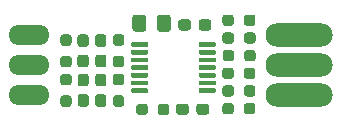
<source format=gbr>
%TF.GenerationSoftware,KiCad,Pcbnew,5.1.10-88a1d61d58~90~ubuntu20.04.1*%
%TF.CreationDate,2022-08-25T22:47:22+02:00*%
%TF.ProjectId,BioAmp-EXG-Pill,42696f41-6d70-42d4-9558-472d50696c6c,1.0b*%
%TF.SameCoordinates,Original*%
%TF.FileFunction,Soldermask,Top*%
%TF.FilePolarity,Negative*%
%FSLAX46Y46*%
G04 Gerber Fmt 4.6, Leading zero omitted, Abs format (unit mm)*
G04 Created by KiCad (PCBNEW 5.1.10-88a1d61d58~90~ubuntu20.04.1) date 2022-08-25 22:47:22*
%MOMM*%
%LPD*%
G01*
G04 APERTURE LIST*
%ADD10O,2.000000X2.000000*%
%ADD11O,4.500000X2.000000*%
%ADD12O,3.500000X1.700000*%
%ADD13O,3.500000X2.000000*%
%ADD14O,2.000000X1.700000*%
G04 APERTURE END LIST*
D10*
%TO.C,J2*%
X134850000Y-97010000D03*
X134850000Y-94470000D03*
X134850000Y-91930000D03*
%TD*%
%TO.C,R8*%
G36*
G01*
X119021500Y-95190000D02*
X119496500Y-95190000D01*
G75*
G02*
X119734000Y-95427500I0J-237500D01*
G01*
X119734000Y-95927500D01*
G75*
G02*
X119496500Y-96165000I-237500J0D01*
G01*
X119021500Y-96165000D01*
G75*
G02*
X118784000Y-95927500I0J237500D01*
G01*
X118784000Y-95427500D01*
G75*
G02*
X119021500Y-95190000I237500J0D01*
G01*
G37*
G36*
G01*
X119021500Y-97015000D02*
X119496500Y-97015000D01*
G75*
G02*
X119734000Y-97252500I0J-237500D01*
G01*
X119734000Y-97752500D01*
G75*
G02*
X119496500Y-97990000I-237500J0D01*
G01*
X119021500Y-97990000D01*
G75*
G02*
X118784000Y-97752500I0J237500D01*
G01*
X118784000Y-97252500D01*
G75*
G02*
X119021500Y-97015000I237500J0D01*
G01*
G37*
%TD*%
D11*
%TO.C,J2*%
X133952300Y-97010000D03*
X133952300Y-94470000D03*
X133952300Y-91930000D03*
%TD*%
%TO.C,C1*%
G36*
G01*
X125384000Y-90812500D02*
X125384000Y-91287500D01*
G75*
G02*
X125146500Y-91525000I-237500J0D01*
G01*
X124546500Y-91525000D01*
G75*
G02*
X124309000Y-91287500I0J237500D01*
G01*
X124309000Y-90812500D01*
G75*
G02*
X124546500Y-90575000I237500J0D01*
G01*
X125146500Y-90575000D01*
G75*
G02*
X125384000Y-90812500I0J-237500D01*
G01*
G37*
G36*
G01*
X127109000Y-90812500D02*
X127109000Y-91287500D01*
G75*
G02*
X126871500Y-91525000I-237500J0D01*
G01*
X126271500Y-91525000D01*
G75*
G02*
X126034000Y-91287500I0J237500D01*
G01*
X126034000Y-90812500D01*
G75*
G02*
X126271500Y-90575000I237500J0D01*
G01*
X126871500Y-90575000D01*
G75*
G02*
X127109000Y-90812500I0J-237500D01*
G01*
G37*
%TD*%
%TO.C,C2*%
G36*
G01*
X116493300Y-94643400D02*
X116018300Y-94643400D01*
G75*
G02*
X115780800Y-94405900I0J237500D01*
G01*
X115780800Y-93805900D01*
G75*
G02*
X116018300Y-93568400I237500J0D01*
G01*
X116493300Y-93568400D01*
G75*
G02*
X116730800Y-93805900I0J-237500D01*
G01*
X116730800Y-94405900D01*
G75*
G02*
X116493300Y-94643400I-237500J0D01*
G01*
G37*
G36*
G01*
X116493300Y-92918400D02*
X116018300Y-92918400D01*
G75*
G02*
X115780800Y-92680900I0J237500D01*
G01*
X115780800Y-92080900D01*
G75*
G02*
X116018300Y-91843400I237500J0D01*
G01*
X116493300Y-91843400D01*
G75*
G02*
X116730800Y-92080900I0J-237500D01*
G01*
X116730800Y-92680900D01*
G75*
G02*
X116493300Y-92918400I-237500J0D01*
G01*
G37*
%TD*%
%TO.C,U1*%
G36*
G01*
X127509000Y-96510000D02*
X127509000Y-96710000D01*
G75*
G02*
X127409000Y-96810000I-100000J0D01*
G01*
X126134000Y-96810000D01*
G75*
G02*
X126034000Y-96710000I0J100000D01*
G01*
X126034000Y-96510000D01*
G75*
G02*
X126134000Y-96410000I100000J0D01*
G01*
X127409000Y-96410000D01*
G75*
G02*
X127509000Y-96510000I0J-100000D01*
G01*
G37*
G36*
G01*
X127509000Y-95860000D02*
X127509000Y-96060000D01*
G75*
G02*
X127409000Y-96160000I-100000J0D01*
G01*
X126134000Y-96160000D01*
G75*
G02*
X126034000Y-96060000I0J100000D01*
G01*
X126034000Y-95860000D01*
G75*
G02*
X126134000Y-95760000I100000J0D01*
G01*
X127409000Y-95760000D01*
G75*
G02*
X127509000Y-95860000I0J-100000D01*
G01*
G37*
G36*
G01*
X127509000Y-95210000D02*
X127509000Y-95410000D01*
G75*
G02*
X127409000Y-95510000I-100000J0D01*
G01*
X126134000Y-95510000D01*
G75*
G02*
X126034000Y-95410000I0J100000D01*
G01*
X126034000Y-95210000D01*
G75*
G02*
X126134000Y-95110000I100000J0D01*
G01*
X127409000Y-95110000D01*
G75*
G02*
X127509000Y-95210000I0J-100000D01*
G01*
G37*
G36*
G01*
X127509000Y-94560000D02*
X127509000Y-94760000D01*
G75*
G02*
X127409000Y-94860000I-100000J0D01*
G01*
X126134000Y-94860000D01*
G75*
G02*
X126034000Y-94760000I0J100000D01*
G01*
X126034000Y-94560000D01*
G75*
G02*
X126134000Y-94460000I100000J0D01*
G01*
X127409000Y-94460000D01*
G75*
G02*
X127509000Y-94560000I0J-100000D01*
G01*
G37*
G36*
G01*
X127509000Y-93910000D02*
X127509000Y-94110000D01*
G75*
G02*
X127409000Y-94210000I-100000J0D01*
G01*
X126134000Y-94210000D01*
G75*
G02*
X126034000Y-94110000I0J100000D01*
G01*
X126034000Y-93910000D01*
G75*
G02*
X126134000Y-93810000I100000J0D01*
G01*
X127409000Y-93810000D01*
G75*
G02*
X127509000Y-93910000I0J-100000D01*
G01*
G37*
G36*
G01*
X127509000Y-93260000D02*
X127509000Y-93460000D01*
G75*
G02*
X127409000Y-93560000I-100000J0D01*
G01*
X126134000Y-93560000D01*
G75*
G02*
X126034000Y-93460000I0J100000D01*
G01*
X126034000Y-93260000D01*
G75*
G02*
X126134000Y-93160000I100000J0D01*
G01*
X127409000Y-93160000D01*
G75*
G02*
X127509000Y-93260000I0J-100000D01*
G01*
G37*
G36*
G01*
X127509000Y-92610000D02*
X127509000Y-92810000D01*
G75*
G02*
X127409000Y-92910000I-100000J0D01*
G01*
X126134000Y-92910000D01*
G75*
G02*
X126034000Y-92810000I0J100000D01*
G01*
X126034000Y-92610000D01*
G75*
G02*
X126134000Y-92510000I100000J0D01*
G01*
X127409000Y-92510000D01*
G75*
G02*
X127509000Y-92610000I0J-100000D01*
G01*
G37*
G36*
G01*
X121784000Y-92610000D02*
X121784000Y-92810000D01*
G75*
G02*
X121684000Y-92910000I-100000J0D01*
G01*
X120409000Y-92910000D01*
G75*
G02*
X120309000Y-92810000I0J100000D01*
G01*
X120309000Y-92610000D01*
G75*
G02*
X120409000Y-92510000I100000J0D01*
G01*
X121684000Y-92510000D01*
G75*
G02*
X121784000Y-92610000I0J-100000D01*
G01*
G37*
G36*
G01*
X121784000Y-93260000D02*
X121784000Y-93460000D01*
G75*
G02*
X121684000Y-93560000I-100000J0D01*
G01*
X120409000Y-93560000D01*
G75*
G02*
X120309000Y-93460000I0J100000D01*
G01*
X120309000Y-93260000D01*
G75*
G02*
X120409000Y-93160000I100000J0D01*
G01*
X121684000Y-93160000D01*
G75*
G02*
X121784000Y-93260000I0J-100000D01*
G01*
G37*
G36*
G01*
X121784000Y-93910000D02*
X121784000Y-94110000D01*
G75*
G02*
X121684000Y-94210000I-100000J0D01*
G01*
X120409000Y-94210000D01*
G75*
G02*
X120309000Y-94110000I0J100000D01*
G01*
X120309000Y-93910000D01*
G75*
G02*
X120409000Y-93810000I100000J0D01*
G01*
X121684000Y-93810000D01*
G75*
G02*
X121784000Y-93910000I0J-100000D01*
G01*
G37*
G36*
G01*
X121784000Y-94560000D02*
X121784000Y-94760000D01*
G75*
G02*
X121684000Y-94860000I-100000J0D01*
G01*
X120409000Y-94860000D01*
G75*
G02*
X120309000Y-94760000I0J100000D01*
G01*
X120309000Y-94560000D01*
G75*
G02*
X120409000Y-94460000I100000J0D01*
G01*
X121684000Y-94460000D01*
G75*
G02*
X121784000Y-94560000I0J-100000D01*
G01*
G37*
G36*
G01*
X121784000Y-95210000D02*
X121784000Y-95410000D01*
G75*
G02*
X121684000Y-95510000I-100000J0D01*
G01*
X120409000Y-95510000D01*
G75*
G02*
X120309000Y-95410000I0J100000D01*
G01*
X120309000Y-95210000D01*
G75*
G02*
X120409000Y-95110000I100000J0D01*
G01*
X121684000Y-95110000D01*
G75*
G02*
X121784000Y-95210000I0J-100000D01*
G01*
G37*
G36*
G01*
X121784000Y-95860000D02*
X121784000Y-96060000D01*
G75*
G02*
X121684000Y-96160000I-100000J0D01*
G01*
X120409000Y-96160000D01*
G75*
G02*
X120309000Y-96060000I0J100000D01*
G01*
X120309000Y-95860000D01*
G75*
G02*
X120409000Y-95760000I100000J0D01*
G01*
X121684000Y-95760000D01*
G75*
G02*
X121784000Y-95860000I0J-100000D01*
G01*
G37*
G36*
G01*
X121784000Y-96510000D02*
X121784000Y-96710000D01*
G75*
G02*
X121684000Y-96810000I-100000J0D01*
G01*
X120409000Y-96810000D01*
G75*
G02*
X120309000Y-96710000I0J100000D01*
G01*
X120309000Y-96510000D01*
G75*
G02*
X120409000Y-96410000I100000J0D01*
G01*
X121684000Y-96410000D01*
G75*
G02*
X121784000Y-96510000I0J-100000D01*
G01*
G37*
%TD*%
%TO.C,R2*%
G36*
G01*
X130840300Y-94910900D02*
X130840300Y-95385900D01*
G75*
G02*
X130602800Y-95623400I-237500J0D01*
G01*
X130102800Y-95623400D01*
G75*
G02*
X129865300Y-95385900I0J237500D01*
G01*
X129865300Y-94910900D01*
G75*
G02*
X130102800Y-94673400I237500J0D01*
G01*
X130602800Y-94673400D01*
G75*
G02*
X130840300Y-94910900I0J-237500D01*
G01*
G37*
G36*
G01*
X129015300Y-94910900D02*
X129015300Y-95385900D01*
G75*
G02*
X128777800Y-95623400I-237500J0D01*
G01*
X128277800Y-95623400D01*
G75*
G02*
X128040300Y-95385900I0J237500D01*
G01*
X128040300Y-94910900D01*
G75*
G02*
X128277800Y-94673400I237500J0D01*
G01*
X128777800Y-94673400D01*
G75*
G02*
X129015300Y-94910900I0J-237500D01*
G01*
G37*
%TD*%
%TO.C,R6*%
G36*
G01*
X128063800Y-93887300D02*
X128063800Y-93412300D01*
G75*
G02*
X128301300Y-93174800I237500J0D01*
G01*
X128801300Y-93174800D01*
G75*
G02*
X129038800Y-93412300I0J-237500D01*
G01*
X129038800Y-93887300D01*
G75*
G02*
X128801300Y-94124800I-237500J0D01*
G01*
X128301300Y-94124800D01*
G75*
G02*
X128063800Y-93887300I0J237500D01*
G01*
G37*
G36*
G01*
X129888800Y-93887300D02*
X129888800Y-93412300D01*
G75*
G02*
X130126300Y-93174800I237500J0D01*
G01*
X130626300Y-93174800D01*
G75*
G02*
X130863800Y-93412300I0J-237500D01*
G01*
X130863800Y-93887300D01*
G75*
G02*
X130626300Y-94124800I-237500J0D01*
G01*
X130126300Y-94124800D01*
G75*
G02*
X129888800Y-93887300I0J237500D01*
G01*
G37*
%TD*%
D12*
%TO.C,J1*%
X111659100Y-97015300D03*
X111659100Y-94475300D03*
X111659100Y-91935300D03*
%TD*%
D13*
%TO.C,J2*%
X135630000Y-91930000D03*
X135630000Y-94470000D03*
X135630000Y-97010000D03*
%TD*%
%TO.C,C6*%
G36*
G01*
X120434000Y-91385000D02*
X120434000Y-90435000D01*
G75*
G02*
X120684000Y-90185000I250000J0D01*
G01*
X121359000Y-90185000D01*
G75*
G02*
X121609000Y-90435000I0J-250000D01*
G01*
X121609000Y-91385000D01*
G75*
G02*
X121359000Y-91635000I-250000J0D01*
G01*
X120684000Y-91635000D01*
G75*
G02*
X120434000Y-91385000I0J250000D01*
G01*
G37*
G36*
G01*
X122509000Y-91385000D02*
X122509000Y-90435000D01*
G75*
G02*
X122759000Y-90185000I250000J0D01*
G01*
X123434000Y-90185000D01*
G75*
G02*
X123684000Y-90435000I0J-250000D01*
G01*
X123684000Y-91385000D01*
G75*
G02*
X123434000Y-91635000I-250000J0D01*
G01*
X122759000Y-91635000D01*
G75*
G02*
X122509000Y-91385000I0J250000D01*
G01*
G37*
%TD*%
%TO.C,C5*%
G36*
G01*
X124129000Y-98427500D02*
X124129000Y-97952500D01*
G75*
G02*
X124366500Y-97715000I237500J0D01*
G01*
X124966500Y-97715000D01*
G75*
G02*
X125204000Y-97952500I0J-237500D01*
G01*
X125204000Y-98427500D01*
G75*
G02*
X124966500Y-98665000I-237500J0D01*
G01*
X124366500Y-98665000D01*
G75*
G02*
X124129000Y-98427500I0J237500D01*
G01*
G37*
G36*
G01*
X125854000Y-98427500D02*
X125854000Y-97952500D01*
G75*
G02*
X126091500Y-97715000I237500J0D01*
G01*
X126691500Y-97715000D01*
G75*
G02*
X126929000Y-97952500I0J-237500D01*
G01*
X126929000Y-98427500D01*
G75*
G02*
X126691500Y-98665000I-237500J0D01*
G01*
X126091500Y-98665000D01*
G75*
G02*
X125854000Y-98427500I0J237500D01*
G01*
G37*
%TD*%
%TO.C,R14*%
G36*
G01*
X123559000Y-97972500D02*
X123559000Y-98447500D01*
G75*
G02*
X123321500Y-98685000I-237500J0D01*
G01*
X122821500Y-98685000D01*
G75*
G02*
X122584000Y-98447500I0J237500D01*
G01*
X122584000Y-97972500D01*
G75*
G02*
X122821500Y-97735000I237500J0D01*
G01*
X123321500Y-97735000D01*
G75*
G02*
X123559000Y-97972500I0J-237500D01*
G01*
G37*
G36*
G01*
X121734000Y-97972500D02*
X121734000Y-98447500D01*
G75*
G02*
X121496500Y-98685000I-237500J0D01*
G01*
X120996500Y-98685000D01*
G75*
G02*
X120759000Y-98447500I0J237500D01*
G01*
X120759000Y-97972500D01*
G75*
G02*
X120996500Y-97735000I237500J0D01*
G01*
X121496500Y-97735000D01*
G75*
G02*
X121734000Y-97972500I0J-237500D01*
G01*
G37*
%TD*%
%TO.C,R15*%
G36*
G01*
X115045500Y-97996200D02*
X114570500Y-97996200D01*
G75*
G02*
X114333000Y-97758700I0J237500D01*
G01*
X114333000Y-97258700D01*
G75*
G02*
X114570500Y-97021200I237500J0D01*
G01*
X115045500Y-97021200D01*
G75*
G02*
X115283000Y-97258700I0J-237500D01*
G01*
X115283000Y-97758700D01*
G75*
G02*
X115045500Y-97996200I-237500J0D01*
G01*
G37*
G36*
G01*
X115045500Y-96171200D02*
X114570500Y-96171200D01*
G75*
G02*
X114333000Y-95933700I0J237500D01*
G01*
X114333000Y-95433700D01*
G75*
G02*
X114570500Y-95196200I237500J0D01*
G01*
X115045500Y-95196200D01*
G75*
G02*
X115283000Y-95433700I0J-237500D01*
G01*
X115283000Y-95933700D01*
G75*
G02*
X115045500Y-96171200I-237500J0D01*
G01*
G37*
%TD*%
%TO.C,R13*%
G36*
G01*
X115045500Y-94645300D02*
X114570500Y-94645300D01*
G75*
G02*
X114333000Y-94407800I0J237500D01*
G01*
X114333000Y-93907800D01*
G75*
G02*
X114570500Y-93670300I237500J0D01*
G01*
X115045500Y-93670300D01*
G75*
G02*
X115283000Y-93907800I0J-237500D01*
G01*
X115283000Y-94407800D01*
G75*
G02*
X115045500Y-94645300I-237500J0D01*
G01*
G37*
G36*
G01*
X115045500Y-92820300D02*
X114570500Y-92820300D01*
G75*
G02*
X114333000Y-92582800I0J237500D01*
G01*
X114333000Y-92082800D01*
G75*
G02*
X114570500Y-91845300I237500J0D01*
G01*
X115045500Y-91845300D01*
G75*
G02*
X115283000Y-92082800I0J-237500D01*
G01*
X115283000Y-92582800D01*
G75*
G02*
X115045500Y-92820300I-237500J0D01*
G01*
G37*
%TD*%
%TO.C,R11*%
G36*
G01*
X119021500Y-91840000D02*
X119496500Y-91840000D01*
G75*
G02*
X119734000Y-92077500I0J-237500D01*
G01*
X119734000Y-92577500D01*
G75*
G02*
X119496500Y-92815000I-237500J0D01*
G01*
X119021500Y-92815000D01*
G75*
G02*
X118784000Y-92577500I0J237500D01*
G01*
X118784000Y-92077500D01*
G75*
G02*
X119021500Y-91840000I237500J0D01*
G01*
G37*
G36*
G01*
X119021500Y-93665000D02*
X119496500Y-93665000D01*
G75*
G02*
X119734000Y-93902500I0J-237500D01*
G01*
X119734000Y-94402500D01*
G75*
G02*
X119496500Y-94640000I-237500J0D01*
G01*
X119021500Y-94640000D01*
G75*
G02*
X118784000Y-94402500I0J237500D01*
G01*
X118784000Y-93902500D01*
G75*
G02*
X119021500Y-93665000I237500J0D01*
G01*
G37*
%TD*%
%TO.C,R12*%
G36*
G01*
X130849000Y-90422500D02*
X130849000Y-90897500D01*
G75*
G02*
X130611500Y-91135000I-237500J0D01*
G01*
X130111500Y-91135000D01*
G75*
G02*
X129874000Y-90897500I0J237500D01*
G01*
X129874000Y-90422500D01*
G75*
G02*
X130111500Y-90185000I237500J0D01*
G01*
X130611500Y-90185000D01*
G75*
G02*
X130849000Y-90422500I0J-237500D01*
G01*
G37*
G36*
G01*
X129024000Y-90422500D02*
X129024000Y-90897500D01*
G75*
G02*
X128786500Y-91135000I-237500J0D01*
G01*
X128286500Y-91135000D01*
G75*
G02*
X128049000Y-90897500I0J237500D01*
G01*
X128049000Y-90422500D01*
G75*
G02*
X128286500Y-90185000I237500J0D01*
G01*
X128786500Y-90185000D01*
G75*
G02*
X129024000Y-90422500I0J-237500D01*
G01*
G37*
%TD*%
%TO.C,R5*%
G36*
G01*
X130859000Y-91922500D02*
X130859000Y-92397500D01*
G75*
G02*
X130621500Y-92635000I-237500J0D01*
G01*
X130121500Y-92635000D01*
G75*
G02*
X129884000Y-92397500I0J237500D01*
G01*
X129884000Y-91922500D01*
G75*
G02*
X130121500Y-91685000I237500J0D01*
G01*
X130621500Y-91685000D01*
G75*
G02*
X130859000Y-91922500I0J-237500D01*
G01*
G37*
G36*
G01*
X129034000Y-91922500D02*
X129034000Y-92397500D01*
G75*
G02*
X128796500Y-92635000I-237500J0D01*
G01*
X128296500Y-92635000D01*
G75*
G02*
X128059000Y-92397500I0J237500D01*
G01*
X128059000Y-91922500D01*
G75*
G02*
X128296500Y-91685000I237500J0D01*
G01*
X128796500Y-91685000D01*
G75*
G02*
X129034000Y-91922500I0J-237500D01*
G01*
G37*
%TD*%
%TO.C,R9*%
G36*
G01*
X130849000Y-97902500D02*
X130849000Y-98377500D01*
G75*
G02*
X130611500Y-98615000I-237500J0D01*
G01*
X130111500Y-98615000D01*
G75*
G02*
X129874000Y-98377500I0J237500D01*
G01*
X129874000Y-97902500D01*
G75*
G02*
X130111500Y-97665000I237500J0D01*
G01*
X130611500Y-97665000D01*
G75*
G02*
X130849000Y-97902500I0J-237500D01*
G01*
G37*
G36*
G01*
X129024000Y-97902500D02*
X129024000Y-98377500D01*
G75*
G02*
X128786500Y-98615000I-237500J0D01*
G01*
X128286500Y-98615000D01*
G75*
G02*
X128049000Y-98377500I0J237500D01*
G01*
X128049000Y-97902500D01*
G75*
G02*
X128286500Y-97665000I237500J0D01*
G01*
X128786500Y-97665000D01*
G75*
G02*
X129024000Y-97902500I0J-237500D01*
G01*
G37*
%TD*%
%TO.C,R4*%
G36*
G01*
X128049000Y-96877500D02*
X128049000Y-96402500D01*
G75*
G02*
X128286500Y-96165000I237500J0D01*
G01*
X128786500Y-96165000D01*
G75*
G02*
X129024000Y-96402500I0J-237500D01*
G01*
X129024000Y-96877500D01*
G75*
G02*
X128786500Y-97115000I-237500J0D01*
G01*
X128286500Y-97115000D01*
G75*
G02*
X128049000Y-96877500I0J237500D01*
G01*
G37*
G36*
G01*
X129874000Y-96877500D02*
X129874000Y-96402500D01*
G75*
G02*
X130111500Y-96165000I237500J0D01*
G01*
X130611500Y-96165000D01*
G75*
G02*
X130849000Y-96402500I0J-237500D01*
G01*
X130849000Y-96877500D01*
G75*
G02*
X130611500Y-97115000I-237500J0D01*
G01*
X130111500Y-97115000D01*
G75*
G02*
X129874000Y-96877500I0J237500D01*
G01*
G37*
%TD*%
D14*
%TO.C,J1*%
X112382800Y-91940000D03*
X112382800Y-94480000D03*
X112382800Y-97020000D03*
%TD*%
%TO.C,C4*%
G36*
G01*
X117996500Y-97990000D02*
X117521500Y-97990000D01*
G75*
G02*
X117284000Y-97752500I0J237500D01*
G01*
X117284000Y-97152500D01*
G75*
G02*
X117521500Y-96915000I237500J0D01*
G01*
X117996500Y-96915000D01*
G75*
G02*
X118234000Y-97152500I0J-237500D01*
G01*
X118234000Y-97752500D01*
G75*
G02*
X117996500Y-97990000I-237500J0D01*
G01*
G37*
G36*
G01*
X117996500Y-96265000D02*
X117521500Y-96265000D01*
G75*
G02*
X117284000Y-96027500I0J237500D01*
G01*
X117284000Y-95427500D01*
G75*
G02*
X117521500Y-95190000I237500J0D01*
G01*
X117996500Y-95190000D01*
G75*
G02*
X118234000Y-95427500I0J-237500D01*
G01*
X118234000Y-96027500D01*
G75*
G02*
X117996500Y-96265000I-237500J0D01*
G01*
G37*
%TD*%
%TO.C,C7*%
G36*
G01*
X116031000Y-95183500D02*
X116506000Y-95183500D01*
G75*
G02*
X116743500Y-95421000I0J-237500D01*
G01*
X116743500Y-96021000D01*
G75*
G02*
X116506000Y-96258500I-237500J0D01*
G01*
X116031000Y-96258500D01*
G75*
G02*
X115793500Y-96021000I0J237500D01*
G01*
X115793500Y-95421000D01*
G75*
G02*
X116031000Y-95183500I237500J0D01*
G01*
G37*
G36*
G01*
X116031000Y-96908500D02*
X116506000Y-96908500D01*
G75*
G02*
X116743500Y-97146000I0J-237500D01*
G01*
X116743500Y-97746000D01*
G75*
G02*
X116506000Y-97983500I-237500J0D01*
G01*
X116031000Y-97983500D01*
G75*
G02*
X115793500Y-97746000I0J237500D01*
G01*
X115793500Y-97146000D01*
G75*
G02*
X116031000Y-96908500I237500J0D01*
G01*
G37*
%TD*%
%TO.C,C3*%
G36*
G01*
X117521500Y-91840000D02*
X117996500Y-91840000D01*
G75*
G02*
X118234000Y-92077500I0J-237500D01*
G01*
X118234000Y-92677500D01*
G75*
G02*
X117996500Y-92915000I-237500J0D01*
G01*
X117521500Y-92915000D01*
G75*
G02*
X117284000Y-92677500I0J237500D01*
G01*
X117284000Y-92077500D01*
G75*
G02*
X117521500Y-91840000I237500J0D01*
G01*
G37*
G36*
G01*
X117521500Y-93565000D02*
X117996500Y-93565000D01*
G75*
G02*
X118234000Y-93802500I0J-237500D01*
G01*
X118234000Y-94402500D01*
G75*
G02*
X117996500Y-94640000I-237500J0D01*
G01*
X117521500Y-94640000D01*
G75*
G02*
X117284000Y-94402500I0J237500D01*
G01*
X117284000Y-93802500D01*
G75*
G02*
X117521500Y-93565000I237500J0D01*
G01*
G37*
%TD*%
M02*

</source>
